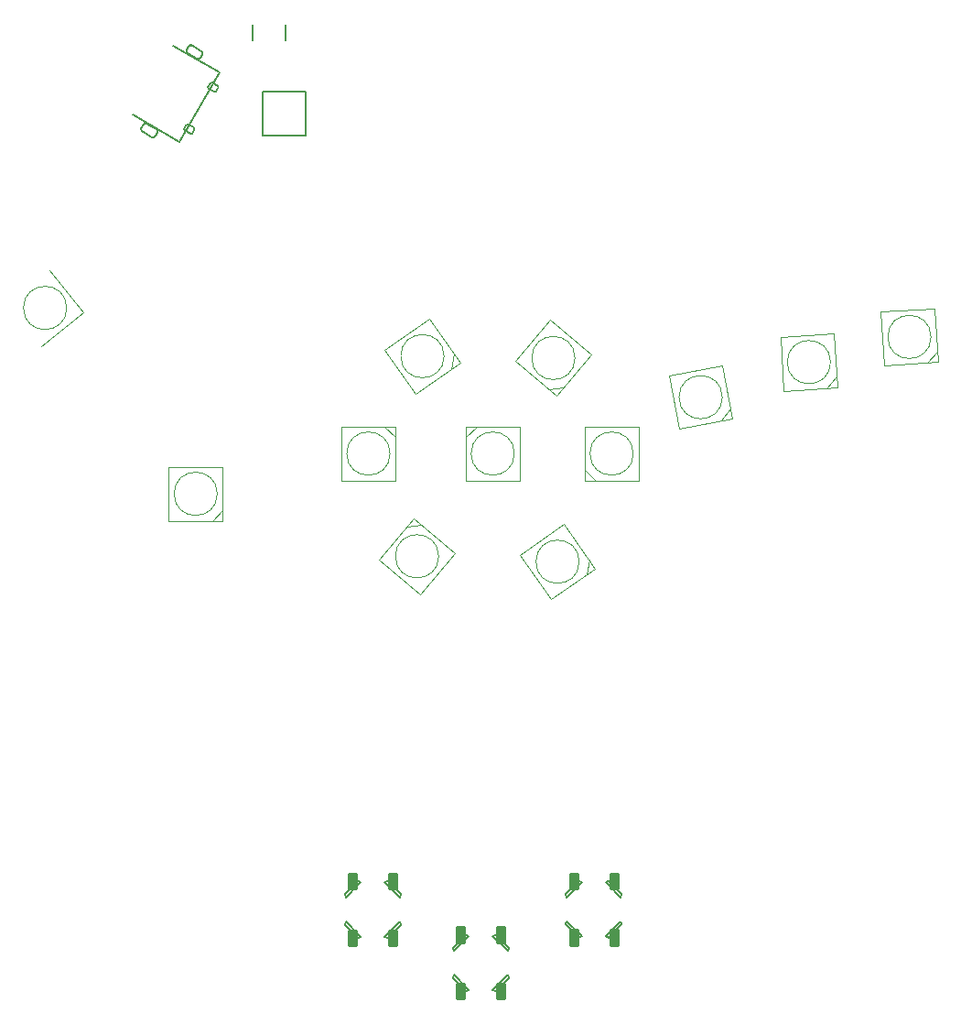
<source format=gbr>
G04 #@! TF.FileFunction,Drawing*
%FSLAX46Y46*%
G04 Gerber Fmt 4.6, Leading zero omitted, Abs format (unit mm)*
G04 Created by KiCad (PCBNEW 4.0.7) date Monday, 12 '12e' March '12e' 2018, 16:25:27*
%MOMM*%
%LPD*%
G01*
G04 APERTURE LIST*
%ADD10C,0.100000*%
%ADD11C,0.127000*%
%ADD12C,0.381000*%
G04 APERTURE END LIST*
D10*
X79106166Y-66909564D02*
X75959564Y-63023834D01*
X75220436Y-70056166D02*
X79106166Y-66909564D01*
X77590000Y-66540000D02*
G75*
G03X77590000Y-66540000I-2000000J0D01*
G01*
X158134911Y-70563140D02*
X157197825Y-71622323D01*
X152900043Y-66875843D02*
X153205285Y-71866517D01*
X153205285Y-71866517D02*
X158195959Y-71561275D01*
X158195959Y-71561275D02*
X157890717Y-66570601D01*
X157890717Y-66570601D02*
X152900043Y-66875843D01*
X157548001Y-69218559D02*
G75*
G03X157548001Y-69218559I-2000000J0D01*
G01*
D11*
X84675481Y-49593172D02*
G75*
G02X85003327Y-49505326I207846J-120000D01*
G01*
X83716968Y-48693365D02*
X88047095Y-51193365D01*
X84675481Y-49593172D02*
X84500481Y-49896281D01*
X85894083Y-50022491D02*
X84976096Y-49492491D01*
X91747095Y-44784777D02*
X88047095Y-51193365D01*
X90868939Y-45755789D02*
G75*
G02X91046522Y-45708206I112583J-65000D01*
G01*
X85481583Y-50736962D02*
X84572256Y-50211962D01*
X84588327Y-50224127D02*
G75*
G02X84500481Y-49896281I120000J207846D01*
G01*
X90149519Y-43111860D02*
X90134519Y-43137841D01*
X88850481Y-42361860D02*
X88675481Y-42664969D01*
X90129519Y-43146501D02*
X89974519Y-43414969D01*
X90061673Y-42784014D02*
G75*
G02X90149519Y-43111860I-120000J-207846D01*
G01*
X88850481Y-42361860D02*
G75*
G02X89178327Y-42274014I207846J-120000D01*
G01*
X89341137Y-49862018D02*
G75*
G02X89373720Y-50065583I-85491J-118074D01*
G01*
X88628938Y-49635583D02*
X88433938Y-49973333D01*
X89373720Y-50065583D02*
X89178720Y-50403333D01*
X89016137Y-50424935D02*
X88496522Y-50124935D01*
X89178720Y-50403332D02*
G75*
G02X89016137Y-50424935I-92093J70490D01*
G01*
X88628939Y-49635582D02*
G75*
G02X88821522Y-49562019I133073J-59510D01*
G01*
X88496522Y-50124935D02*
G75*
G02X88433938Y-49973333I44509J107093D01*
G01*
X91566137Y-46008206D02*
G75*
G02X91613720Y-46185789I-65000J-112583D01*
G01*
X91566137Y-46008206D02*
X91046522Y-45708206D01*
X91613720Y-46185789D02*
X91418720Y-46523539D01*
X91418720Y-46523539D02*
G75*
G02X91241137Y-46571122I-112583J65000D01*
G01*
X90868938Y-45755789D02*
X90673938Y-46093539D01*
X89341137Y-49862019D02*
X88821522Y-49562019D01*
X90721522Y-46271123D02*
G75*
G02X90673938Y-46093539I65000J112584D01*
G01*
X91241137Y-46571122D02*
X90721522Y-46271122D01*
X87416968Y-42284777D02*
X91747095Y-44784777D01*
X89974519Y-43414969D02*
G75*
G02X89646673Y-43502815I-207846J120000D01*
G01*
X90069083Y-42791179D02*
X89151096Y-42261179D01*
X89656583Y-43505650D02*
X88747256Y-42980650D01*
X88763327Y-42992815D02*
G75*
G02X88675481Y-42664969I120000J207846D01*
G01*
X85974519Y-50343172D02*
X85959519Y-50369153D01*
X85886673Y-50015326D02*
G75*
G02X85974519Y-50343172I-120000J-207846D01*
G01*
X85954519Y-50377813D02*
X85799519Y-50646281D01*
X85799519Y-50646281D02*
G75*
G02X85471673Y-50734127I-207846J120000D01*
G01*
D12*
G36*
X113795000Y-130288650D02*
X113795000Y-129085000D01*
X114293180Y-129085000D01*
X114293180Y-130288650D01*
X113795000Y-130288650D01*
G37*
X113795000Y-130288650D02*
X113795000Y-129085000D01*
X114293180Y-129085000D01*
X114293180Y-130288650D01*
X113795000Y-130288650D01*
G36*
X113795000Y-125079330D02*
X113795000Y-123885000D01*
X114290490Y-123885000D01*
X114290490Y-125079330D01*
X113795000Y-125079330D01*
G37*
X113795000Y-125079330D02*
X113795000Y-123885000D01*
X114290490Y-123885000D01*
X114290490Y-125079330D01*
X113795000Y-125079330D01*
G36*
X117495000Y-130288680D02*
X117495000Y-129085000D01*
X117997420Y-129085000D01*
X117997420Y-130288680D01*
X117495000Y-130288680D01*
G37*
X117495000Y-130288680D02*
X117495000Y-129085000D01*
X117997420Y-129085000D01*
X117997420Y-130288680D01*
X117495000Y-130288680D01*
G36*
X117495000Y-125081500D02*
X117495000Y-123885000D01*
X117998670Y-123885000D01*
X117998670Y-125081500D01*
X117495000Y-125081500D01*
G37*
X117495000Y-125081500D02*
X117495000Y-123885000D01*
X117998670Y-123885000D01*
X117998670Y-125081500D01*
X117495000Y-125081500D01*
D11*
X116990000Y-129590000D02*
X118390000Y-128190000D01*
X118390000Y-125990000D02*
X116990000Y-124590000D01*
X114790000Y-129590000D02*
X113390000Y-128190000D01*
X113390000Y-125990000D02*
X114790000Y-124590000D01*
X114490000Y-129690000D02*
X113290000Y-128490000D01*
X113290000Y-128490000D02*
X113390000Y-128190000D01*
X114490000Y-129690000D02*
X114790000Y-129590000D01*
X113290000Y-125690000D02*
X114490000Y-124490000D01*
X117290000Y-129690000D02*
X118490000Y-128490000D01*
X118490000Y-128490000D02*
X118390000Y-128190000D01*
X117290000Y-129690000D02*
X116990000Y-129590000D01*
X118490000Y-125690000D02*
X117290000Y-124490000D01*
X117290000Y-124490000D02*
X116990000Y-124590000D01*
X118490000Y-125690000D02*
X118390000Y-125990000D01*
X113290000Y-125690000D02*
X113390000Y-125990000D01*
X114490000Y-124490000D02*
X114790000Y-124590000D01*
D12*
G36*
X124245000Y-125338650D02*
X124245000Y-124135000D01*
X124743180Y-124135000D01*
X124743180Y-125338650D01*
X124245000Y-125338650D01*
G37*
X124245000Y-125338650D02*
X124245000Y-124135000D01*
X124743180Y-124135000D01*
X124743180Y-125338650D01*
X124245000Y-125338650D01*
G36*
X124245000Y-120129330D02*
X124245000Y-118935000D01*
X124740490Y-118935000D01*
X124740490Y-120129330D01*
X124245000Y-120129330D01*
G37*
X124245000Y-120129330D02*
X124245000Y-118935000D01*
X124740490Y-118935000D01*
X124740490Y-120129330D01*
X124245000Y-120129330D01*
G36*
X127945000Y-125338680D02*
X127945000Y-124135000D01*
X128447420Y-124135000D01*
X128447420Y-125338680D01*
X127945000Y-125338680D01*
G37*
X127945000Y-125338680D02*
X127945000Y-124135000D01*
X128447420Y-124135000D01*
X128447420Y-125338680D01*
X127945000Y-125338680D01*
G36*
X127945000Y-120131500D02*
X127945000Y-118935000D01*
X128448670Y-118935000D01*
X128448670Y-120131500D01*
X127945000Y-120131500D01*
G37*
X127945000Y-120131500D02*
X127945000Y-118935000D01*
X128448670Y-118935000D01*
X128448670Y-120131500D01*
X127945000Y-120131500D01*
D11*
X127440000Y-124640000D02*
X128840000Y-123240000D01*
X128840000Y-121040000D02*
X127440000Y-119640000D01*
X125240000Y-124640000D02*
X123840000Y-123240000D01*
X123840000Y-121040000D02*
X125240000Y-119640000D01*
X124940000Y-124740000D02*
X123740000Y-123540000D01*
X123740000Y-123540000D02*
X123840000Y-123240000D01*
X124940000Y-124740000D02*
X125240000Y-124640000D01*
X123740000Y-120740000D02*
X124940000Y-119540000D01*
X127740000Y-124740000D02*
X128940000Y-123540000D01*
X128940000Y-123540000D02*
X128840000Y-123240000D01*
X127740000Y-124740000D02*
X127440000Y-124640000D01*
X128940000Y-120740000D02*
X127740000Y-119540000D01*
X127740000Y-119540000D02*
X127440000Y-119640000D01*
X128940000Y-120740000D02*
X128840000Y-121040000D01*
X123740000Y-120740000D02*
X123840000Y-121040000D01*
X124940000Y-119540000D02*
X125240000Y-119640000D01*
D12*
G36*
X103805000Y-125348650D02*
X103805000Y-124145000D01*
X104303180Y-124145000D01*
X104303180Y-125348650D01*
X103805000Y-125348650D01*
G37*
X103805000Y-125348650D02*
X103805000Y-124145000D01*
X104303180Y-124145000D01*
X104303180Y-125348650D01*
X103805000Y-125348650D01*
G36*
X103805000Y-120139330D02*
X103805000Y-118945000D01*
X104300490Y-118945000D01*
X104300490Y-120139330D01*
X103805000Y-120139330D01*
G37*
X103805000Y-120139330D02*
X103805000Y-118945000D01*
X104300490Y-118945000D01*
X104300490Y-120139330D01*
X103805000Y-120139330D01*
G36*
X107505000Y-125348680D02*
X107505000Y-124145000D01*
X108007420Y-124145000D01*
X108007420Y-125348680D01*
X107505000Y-125348680D01*
G37*
X107505000Y-125348680D02*
X107505000Y-124145000D01*
X108007420Y-124145000D01*
X108007420Y-125348680D01*
X107505000Y-125348680D01*
G36*
X107505000Y-120141500D02*
X107505000Y-118945000D01*
X108008670Y-118945000D01*
X108008670Y-120141500D01*
X107505000Y-120141500D01*
G37*
X107505000Y-120141500D02*
X107505000Y-118945000D01*
X108008670Y-118945000D01*
X108008670Y-120141500D01*
X107505000Y-120141500D01*
D11*
X107000000Y-124650000D02*
X108400000Y-123250000D01*
X108400000Y-121050000D02*
X107000000Y-119650000D01*
X104800000Y-124650000D02*
X103400000Y-123250000D01*
X103400000Y-121050000D02*
X104800000Y-119650000D01*
X104500000Y-124750000D02*
X103300000Y-123550000D01*
X103300000Y-123550000D02*
X103400000Y-123250000D01*
X104500000Y-124750000D02*
X104800000Y-124650000D01*
X103300000Y-120750000D02*
X104500000Y-119550000D01*
X107300000Y-124750000D02*
X108500000Y-123550000D01*
X108500000Y-123550000D02*
X108400000Y-123250000D01*
X107300000Y-124750000D02*
X107000000Y-124650000D01*
X108500000Y-120750000D02*
X107300000Y-119550000D01*
X107300000Y-119550000D02*
X107000000Y-119650000D01*
X108500000Y-120750000D02*
X108400000Y-121050000D01*
X103300000Y-120750000D02*
X103400000Y-121050000D01*
X104500000Y-119550000D02*
X104800000Y-119650000D01*
X99690000Y-50580000D02*
X95690000Y-50580000D01*
X95690000Y-50580000D02*
X95690000Y-46580000D01*
X95690000Y-46580000D02*
X99690000Y-46580000D01*
X99690000Y-46580000D02*
X99690000Y-50580000D01*
X94830000Y-41800000D02*
X94830000Y-40400000D01*
X97870000Y-40400000D02*
X97870000Y-41800000D01*
D10*
X148836910Y-72894581D02*
X147899824Y-73953764D01*
X143602042Y-69207284D02*
X143907284Y-74197958D01*
X143907284Y-74197958D02*
X148897958Y-73892716D01*
X148897958Y-73892716D02*
X148592716Y-68902042D01*
X148592716Y-68902042D02*
X143602042Y-69207284D01*
X148250000Y-71550000D02*
G75*
G03X148250000Y-71550000I-2000000J0D01*
G01*
X138971491Y-75809294D02*
X138170471Y-76974784D01*
X133326274Y-72787452D02*
X134237452Y-77703726D01*
X134237452Y-77703726D02*
X139153726Y-76792548D01*
X139153726Y-76792548D02*
X138242548Y-71876274D01*
X138242548Y-71876274D02*
X133326274Y-72787452D01*
X138240000Y-74790000D02*
G75*
G03X138240000Y-74790000I-2000000J0D01*
G01*
X126500000Y-82500000D02*
X125500000Y-81500000D01*
X130500000Y-77500000D02*
X125500000Y-77500000D01*
X125500000Y-77500000D02*
X125500000Y-82500000D01*
X125500000Y-82500000D02*
X130500000Y-82500000D01*
X130500000Y-82500000D02*
X130500000Y-77500000D01*
X130000000Y-80000000D02*
G75*
G03X130000000Y-80000000I-2000000J0D01*
G01*
X125908245Y-89794787D02*
X125662669Y-91187515D01*
X119518179Y-89386061D02*
X122386061Y-93481821D01*
X122386061Y-93481821D02*
X126481821Y-90613939D01*
X126481821Y-90613939D02*
X123613939Y-86518179D01*
X123613939Y-86518179D02*
X119518179Y-89386061D01*
X125000000Y-90000000D02*
G75*
G03X125000000Y-90000000I-2000000J0D01*
G01*
X109049070Y-86743964D02*
X110457902Y-86620707D01*
X110308142Y-93022080D02*
X113522080Y-89191858D01*
X113522080Y-89191858D02*
X109691858Y-85977920D01*
X109691858Y-85977920D02*
X106477920Y-89808142D01*
X106477920Y-89808142D02*
X110308142Y-93022080D01*
X112000000Y-89500000D02*
G75*
G03X112000000Y-89500000I-2000000J0D01*
G01*
X114500000Y-78500000D02*
X115500000Y-77500000D01*
X119500000Y-82500000D02*
X119500000Y-77500000D01*
X119500000Y-77500000D02*
X114500000Y-77500000D01*
X114500000Y-77500000D02*
X114500000Y-82500000D01*
X114500000Y-82500000D02*
X119500000Y-82500000D01*
X119000000Y-80000000D02*
G75*
G03X119000000Y-80000000I-2000000J0D01*
G01*
X123564279Y-73923396D02*
X122155447Y-74046653D01*
X122305207Y-67645280D02*
X119091269Y-71475502D01*
X119091269Y-71475502D02*
X122921491Y-74689440D01*
X122921491Y-74689440D02*
X126135429Y-70859218D01*
X126135429Y-70859218D02*
X122305207Y-67645280D01*
X124613349Y-71167360D02*
G75*
G03X124613349Y-71167360I-2000000J0D01*
G01*
X113408245Y-70794787D02*
X113162669Y-72187515D01*
X107018179Y-70386061D02*
X109886061Y-74481821D01*
X109886061Y-74481821D02*
X113981821Y-71613939D01*
X113981821Y-71613939D02*
X111113939Y-67518179D01*
X111113939Y-67518179D02*
X107018179Y-70386061D01*
X112500000Y-71000000D02*
G75*
G03X112500000Y-71000000I-2000000J0D01*
G01*
X107000000Y-77500000D02*
X108000000Y-78500000D01*
X103000000Y-82500000D02*
X108000000Y-82500000D01*
X108000000Y-82500000D02*
X108000000Y-77500000D01*
X108000000Y-77500000D02*
X103000000Y-77500000D01*
X103000000Y-77500000D02*
X103000000Y-82500000D01*
X107500000Y-80000000D02*
G75*
G03X107500000Y-80000000I-2000000J0D01*
G01*
X92025000Y-85225000D02*
X91025000Y-86225000D01*
X87025000Y-81225000D02*
X87025000Y-86225000D01*
X87025000Y-86225000D02*
X92025000Y-86225000D01*
X92025000Y-86225000D02*
X92025000Y-81225000D01*
X92025000Y-81225000D02*
X87025000Y-81225000D01*
X91525000Y-83725000D02*
G75*
G03X91525000Y-83725000I-2000000J0D01*
G01*
M02*

</source>
